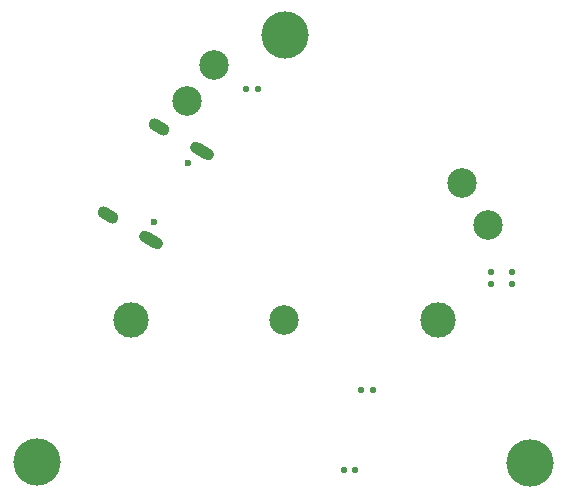
<source format=gbr>
%TF.GenerationSoftware,Altium Limited,Altium Designer,22.7.1 (60)*%
G04 Layer_Color=255*
%FSLAX45Y45*%
%MOMM*%
%TF.SameCoordinates,ACC7CE07-661A-46B9-B338-6EC4A6F7B09F*%
%TF.FilePolarity,Positive*%
%TF.FileFunction,Pads,Bot*%
%TF.Part,Single*%
G01*
G75*
%TA.AperFunction,WasherPad*%
%ADD52C,3.00000*%
%ADD53C,2.50000*%
%ADD54C,4.00000*%
%TA.AperFunction,ComponentPad*%
%ADD55C,2.50000*%
%ADD56C,0.60000*%
G04:AMPARAMS|DCode=57|XSize=2.2mm|YSize=1mm|CornerRadius=0mm|HoleSize=0mm|Usage=FLASHONLY|Rotation=330.000|XOffset=0mm|YOffset=0mm|HoleType=Round|Shape=Round|*
%AMOVALD57*
21,1,1.20000,1.00000,0.00000,0.00000,330.0*
1,1,1.00000,-0.51962,0.30000*
1,1,1.00000,0.51962,-0.30000*
%
%ADD57OVALD57*%

G04:AMPARAMS|DCode=58|XSize=1.9mm|YSize=1mm|CornerRadius=0mm|HoleSize=0mm|Usage=FLASHONLY|Rotation=330.000|XOffset=0mm|YOffset=0mm|HoleType=Round|Shape=Round|*
%AMOVALD58*
21,1,0.90000,1.00000,0.00000,0.00000,330.0*
1,1,1.00000,-0.38971,0.22500*
1,1,1.00000,0.38971,-0.22500*
%
%ADD58OVALD58*%

%TA.AperFunction,TestPad*%
G04:AMPARAMS|DCode=60|XSize=0.5mm|YSize=0.5mm|CornerRadius=0.0875mm|HoleSize=0mm|Usage=FLASHONLY|Rotation=270.000|XOffset=0mm|YOffset=0mm|HoleType=Round|Shape=RoundedRectangle|*
%AMROUNDEDRECTD60*
21,1,0.50000,0.32500,0,0,270.0*
21,1,0.32500,0.50000,0,0,270.0*
1,1,0.17500,-0.16250,-0.16250*
1,1,0.17500,-0.16250,0.16250*
1,1,0.17500,0.16250,0.16250*
1,1,0.17500,0.16250,-0.16250*
%
%ADD60ROUNDEDRECTD60*%
G04:AMPARAMS|DCode=61|XSize=0.5mm|YSize=0.5mm|CornerRadius=0.0875mm|HoleSize=0mm|Usage=FLASHONLY|Rotation=0.000|XOffset=0mm|YOffset=0mm|HoleType=Round|Shape=RoundedRectangle|*
%AMROUNDEDRECTD61*
21,1,0.50000,0.32500,0,0,0.0*
21,1,0.32500,0.50000,0,0,0.0*
1,1,0.17500,0.16250,-0.16250*
1,1,0.17500,-0.16250,-0.16250*
1,1,0.17500,-0.16250,0.16250*
1,1,0.17500,0.16250,0.16250*
%
%ADD61ROUNDEDRECTD61*%
D52*
X1224900Y2118300D02*
D03*
X3824900D02*
D03*
D53*
X2524900D02*
D03*
D54*
X4601852Y910632D02*
D03*
X430650Y912472D02*
D03*
X2531083Y4526275D02*
D03*
D55*
X1925000Y4275000D02*
D03*
X1700000Y3975000D02*
D03*
X4250000Y2925000D02*
D03*
X4025000Y3275000D02*
D03*
D56*
X1418564Y2943853D02*
D03*
X1708564Y3446147D02*
D03*
D57*
X1823115Y3544556D02*
D03*
X1390615Y2795444D02*
D03*
D58*
X1026884Y3005444D02*
D03*
X1459384Y3754556D02*
D03*
D60*
X4275000Y2425000D02*
D03*
Y2525000D02*
D03*
X4450000Y2425000D02*
D03*
Y2525000D02*
D03*
D61*
X3125000Y850000D02*
D03*
X3025000D02*
D03*
X2200000Y4075000D02*
D03*
X2300000D02*
D03*
X3275000Y1525000D02*
D03*
X3175000D02*
D03*
%TF.MD5,185817c0031f6d20978c258505134cb9*%
M02*

</source>
